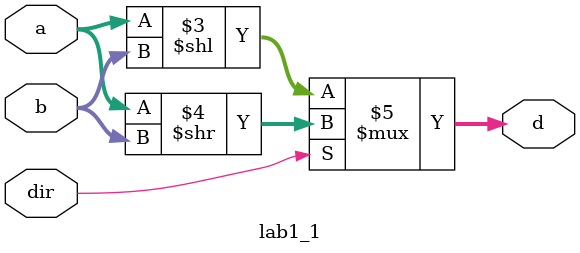
<source format=v>
`timescale 1ns/100ps
module lab1_1(a, b, dir, d);
    input [3:0] a;
    input [1:0] b;
    input dir;
    output reg [3:0] d;
    
    always @* begin
        d = (dir==1'b0)?(a<<b):(a>>b);
    end
endmodule
</source>
